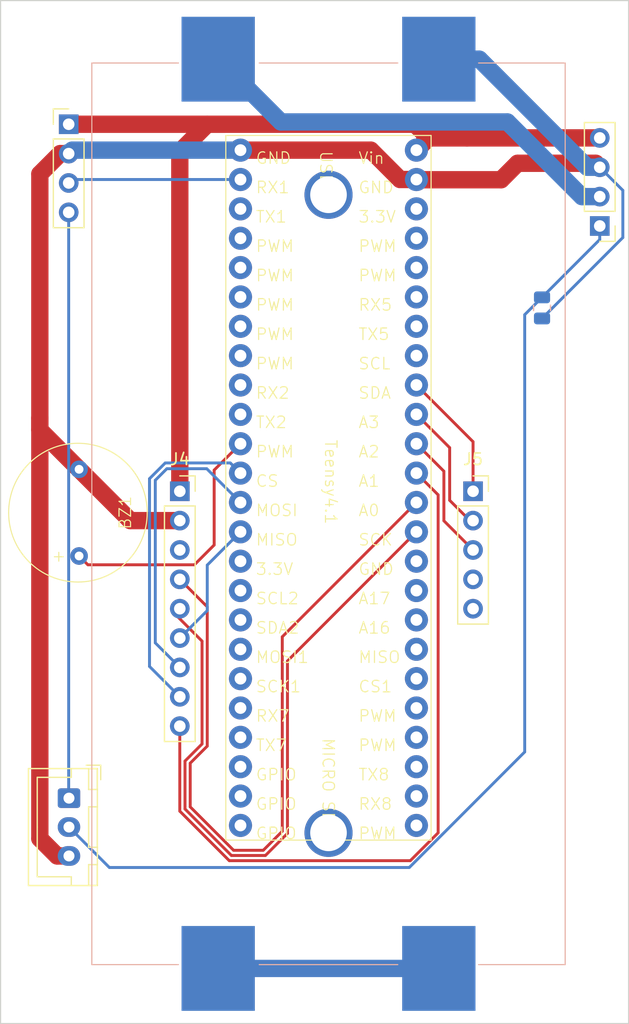
<source format=kicad_pcb>
(kicad_pcb (version 20221018) (generator pcbnew)
  (layers (0 "F.Cu" signal) (31 "B.Cu" signal) (34 "B.Paste" user) (35 "F.Paste" user) (36 "B.SilkS" user "B.Silkscreen") (37 "F.SilkS" user "F.Silkscreen") (38 "B.Mask" user) (39 "F.Mask" user) (44 "Edge.Cuts" user))
  (net 0 "")
  (net 1 "/VBAT")
  (net 2 "GND")
  (net 3 "Net-(BAT1-+-Pad4)")
  (net 4 "/EN")
  (net 5 "/VCC")
  (net 6 "/VSIG")
  (net 7 "/RST")
  (net 8 "/CS")
  (net 9 "/MOSI")
  (net 10 "/MISO")
  (net 11 "/SCK")
  (net 12 "/INT")
  (net 13 "/FULL")
  (net 14 "/NEPT")
  (net 15 "/LVL")
  (net 44 "Net-(BZ1--)")
  (net 53 "Net-(J3-Pin_3)")
  (footprint "Connector_PinSocket_2.54mm:PinSocket_1x09_P2.54mm_Vertical" (layer "F.Cu") (at 115.625 90.95)
    (fp_text reference "J4" (at 0 -2.77) (layer "F.SilkS"))
    (fp_text value "Radio")
    (fp_line (start -1.33 1.27) (end -1.33 21.65) (stroke (width 0.12)) (layer "F.SilkS"))
    (fp_line (start -1.33 1.27) (end 1.33 1.27) (stroke (width 0.12)) (layer "F.SilkS"))
    (fp_line (start -1.33 21.65) (end 1.33 21.65) (stroke (width 0.12)) (layer "F.SilkS"))
    (fp_line (start 0 -1.33) (end 1.33 -1.33) (stroke (width 0.12)) (layer "F.SilkS"))
    (fp_line (start 1.33 -1.33) (end 1.33 0) (stroke (width 0.12)) (layer "F.SilkS"))
    (fp_line (start 1.33 1.27) (end 1.33 21.65) (stroke (width 0.12)) (layer "F.SilkS"))
    (pad "1" thru_hole rect (at 0 0) (size 1.7 1.7) (drill 1) (layers "*.Cu" "*.Mask") (net 5 "/VCC"))
    (pad "2" thru_hole oval (at 0 2.54) (size 1.7 1.7) (drill 1) (layers "*.Cu" "*.Mask") (net 2 "GND"))
    (pad "3" thru_hole oval (at 0 5.08) (size 1.7 1.7) (drill 1) (layers "*.Cu" "*.Mask"))
    (pad "4" thru_hole oval (at 0 7.62) (size 1.7 1.7) (drill 1) (layers "*.Cu" "*.Mask") (net 12 "/INT"))
    (pad "5" thru_hole oval (at 0 10.16) (size 1.7 1.7) (drill 1) (layers "*.Cu" "*.Mask") (net 11 "/SCK"))
    (pad "6" thru_hole oval (at 0 12.7) (size 1.7 1.7) (drill 1) (layers "*.Cu" "*.Mask") (net 10 "/MISO"))
    (pad "7" thru_hole oval (at 0 15.24) (size 1.7 1.7) (drill 1) (layers "*.Cu" "*.Mask") (net 9 "/MOSI"))
    (pad "8" thru_hole oval (at 0 17.78) (size 1.7 1.7) (drill 1) (layers "*.Cu" "*.Mask") (net 8 "/CS"))
    (pad "9" thru_hole oval (at 0 20.32) (size 1.7 1.7) (drill 1) (layers "*.Cu" "*.Mask") (net 7 "/RST"))
  )
  (footprint "Connector_PinHeader_2.54mm:PinHeader_1x04_P2.54mm_Vertical" (layer "F.Cu") (at 152 68 180)
    (fp_text reference "J1" hide)
    (fp_text value "CNVT")
    (fp_line (start -1.33 -1.33) (end 0 -1.33) (stroke (width 0.12)) (layer "F.SilkS"))
    (fp_line (start -1.33 0) (end -1.33 -1.33) (stroke (width 0.12)) (layer "F.SilkS"))
    (fp_line (start -1.33 1.27) (end -1.33 8.95) (stroke (width 0.12)) (layer "F.SilkS"))
    (fp_line (start -1.33 1.27) (end 1.33 1.27) (stroke (width 0.12)) (layer "F.SilkS"))
    (fp_line (start -1.33 8.95) (end 1.33 8.95) (stroke (width 0.12)) (layer "F.SilkS"))
    (fp_line (start 1.33 1.27) (end 1.33 8.95) (stroke (width 0.12)) (layer "F.SilkS"))
    (pad "1" thru_hole rect (at 0 0 180) (size 1.7 1.7) (drill 1) (layers "*.Cu" "*.Mask") (net 4 "/EN"))
    (pad "2" thru_hole oval (at 0 2.54 180) (size 1.7 1.7) (drill 1) (layers "*.Cu" "*.Mask") (net 1 "/VBAT"))
    (pad "3" thru_hole oval (at 0 5.08 180) (size 1.7 1.7) (drill 1) (layers "*.Cu" "*.Mask") (net 2 "GND"))
    (pad "4" thru_hole oval (at 0 7.62 180) (size 1.7 1.7) (drill 1) (layers "*.Cu" "*.Mask") (net 5 "/VCC"))
  )
  (footprint "Connector_JST:JST_XH_B3B-XH-A_1x03_P2.50mm_Vertical" (layer "F.Cu") (at 106.025 117.5 -90)
    (fp_text reference "J2" hide)
    (fp_text value "CTRL")
    (fp_line (start -2.85 -2.75) (end -2.85 -1.5) (stroke (width 0.12)) (layer "F.SilkS"))
    (fp_line (start -2.56 -2.46) (end -2.56 3.51) (stroke (width 0.12)) (layer "F.SilkS"))
    (fp_line (start -2.56 3.51) (end 7.56 3.51) (stroke (width 0.12)) (layer "F.SilkS"))
    (fp_line (start -2.55 -2.45) (end -2.55 -1.7) (stroke (width 0.12)) (layer "F.SilkS"))
    (fp_line (start -2.55 -1.7) (end -0.75 -1.7) (stroke (width 0.12)) (layer "F.SilkS"))
    (fp_line (start -2.55 -0.2) (end -1.8 -0.2) (stroke (width 0.12)) (layer "F.SilkS"))
    (fp_line (start -1.8 -0.2) (end -1.8 2.75) (stroke (width 0.12)) (layer "F.SilkS"))
    (fp_line (start -1.8 2.75) (end 2.5 2.75) (stroke (width 0.12)) (layer "F.SilkS"))
    (fp_line (start -1.6 -2.75) (end -2.85 -2.75) (stroke (width 0.12)) (layer "F.SilkS"))
    (fp_line (start -0.75 -2.45) (end -2.55 -2.45) (stroke (width 0.12)) (layer "F.SilkS"))
    (fp_line (start -0.75 -1.7) (end -0.75 -2.45) (stroke (width 0.12)) (layer "F.SilkS"))
    (fp_line (start 0.75 -2.45) (end 0.75 -1.7) (stroke (width 0.12)) (layer "F.SilkS"))
    (fp_line (start 0.75 -1.7) (end 4.25 -1.7) (stroke (width 0.12)) (layer "F.SilkS"))
    (fp_line (start 4.25 -2.45) (end 0.75 -2.45) (stroke (width 0.12)) (layer "F.SilkS"))
    (fp_line (start 4.25 -1.7) (end 4.25 -2.45) (stroke (width 0.12)) (layer "F.SilkS"))
    (fp_line (start 5.75 -2.45) (end 5.75 -1.7) (stroke (width 0.12)) (layer "F.SilkS"))
    (fp_line (start 5.75 -1.7) (end 7.55 -1.7) (stroke (width 0.12)) (layer "F.SilkS"))
    (fp_line (start 6.8 -0.2) (end 6.8 2.75) (stroke (width 0.12)) (layer "F.SilkS"))
    (fp_line (start 6.8 2.75) (end 2.5 2.75) (stroke (width 0.12)) (layer "F.SilkS"))
    (fp_line (start 7.55 -2.45) (end 5.75 -2.45) (stroke (width 0.12)) (layer "F.SilkS"))
    (fp_line (start 7.55 -1.7) (end 7.55 -2.45) (stroke (width 0.12)) (layer "F.SilkS"))
    (fp_line (start 7.55 -0.2) (end 6.8 -0.2) (stroke (width 0.12)) (layer "F.SilkS"))
    (fp_line (start 7.56 -2.46) (end -2.56 -2.46) (stroke (width 0.12)) (layer "F.SilkS"))
    (fp_line (start 7.56 3.51) (end 7.56 -2.46) (stroke (width 0.12)) (layer "F.SilkS"))
    (pad "1" thru_hole roundrect (at 0 0 270) (size 1.7 1.95) (drill 0.95) (layers "*.Cu" "*.Mask") (roundrect_rratio 0.147059) (net 6 "/VSIG"))
    (pad "2" thru_hole oval (at 2.5 0 270) (size 1.7 1.95) (drill 0.95) (layers "*.Cu" "*.Mask") (net 4 "/EN"))
    (pad "3" thru_hole oval (at 5 0 270) (size 1.7 1.95) (drill 0.95) (layers "*.Cu" "*.Mask") (net 2 "GND"))
  )
  (footprint "MountingHole:MountingHole_2.2mm_M2" (layer "F.Cu") (at 151.5 134)
    (fp_text reference "H4" hide)
    (fp_text value "MountingHole" hide)
    (pad "" np_thru_hole circle (at 0 0) (size 2.2 2.2) (drill 2.2) (layers "*.Cu" "*.Mask"))
  )
  (footprint "Avionics:Adafruit_5V_Buzzer" (layer "F.Cu") (at 111.4 92.8 90)
    (fp_text reference "BZ1" (at 0 -0.5 90 unlocked) (layer "F.SilkS") (effects (font (thickness 0.1))))
    (fp_text value "Buzzer")
    (fp_text user "+" (at -4.5 -5.75 90 unlocked) (layer "F.SilkS") (effects (font (thickness 0.1)) (justify left bottom)))
    (fp_circle (center 0 -4.6) (end 6 -4.75) (stroke (width 0.1)) (fill none) (layer "F.SilkS"))
    (pad "1" thru_hole circle (at -3.75 -4.5 90) (size 1.524 1.524) (drill 0.762) (layers "*.Cu" "*.Mask") (net 44 "Net-(BZ1--)"))
    (pad "2" thru_hole circle (at 3.75 -4.5 90) (size 1.524 1.524) (drill 0.762) (layers "*.Cu" "*.Mask") (net 2 "GND"))
  )
  (footprint "Connector_PinHeader_2.54mm:PinHeader_1x04_P2.54mm_Vertical" (layer "F.Cu") (at 106 59.2)
    (fp_text reference "J3" hide)
    (fp_text value "RPi")
    (fp_line (start -1.33 -1.33) (end 0 -1.33) (stroke (width 0.12)) (layer "F.SilkS"))
    (fp_line (start -1.33 0) (end -1.33 -1.33) (stroke (width 0.12)) (layer "F.SilkS"))
    (fp_line (start -1.33 1.27) (end -1.33 8.95) (stroke (width 0.12)) (layer "F.SilkS"))
    (fp_line (start -1.33 1.27) (end 1.33 1.27) (stroke (width 0.12)) (layer "F.SilkS"))
    (fp_line (start -1.33 8.95) (end 1.33 8.95) (stroke (width 0.12)) (layer "F.SilkS"))
    (fp_line (start 1.33 1.27) (end 1.33 8.95) (stroke (width 0.12)) (layer "F.SilkS"))
    (pad "1" thru_hole rect (at 0 0) (size 1.7 1.7) (drill 1) (layers "*.Cu" "*.Mask") (net 5 "/VCC"))
    (pad "2" thru_hole oval (at 0 2.54) (size 1.7 1.7) (drill 1) (layers "*.Cu" "*.Mask") (net 2 "GND"))
    (pad "3" thru_hole oval (at 0 5.08) (size 1.7 1.7) (drill 1) (layers "*.Cu" "*.Mask") (net 53 "Net-(J3-Pin_3)"))
    (pad "4" thru_hole oval (at 0 7.62) (size 1.7 1.7) (drill 1) (layers "*.Cu" "*.Mask") (net 6 "/VSIG"))
  )
  (footprint "MountingHole:MountingHole_2.2mm_M2" (layer "F.Cu") (at 151.5 51.5)
    (fp_text reference "H1" hide)
    (fp_text value "MountingHole" hide)
    (pad "" np_thru_hole circle (at 0 0) (size 2.2 2.2) (drill 2.2) (layers "*.Cu" "*.Mask"))
  )
  (footprint "Avionics:Teensy_4.1" (layer "F.Cu") (at 128.5 90.65)
    (fp_text reference "Teensy4.1" (at 0.2 -0.5 -90 unlocked) (layer "F.SilkS") (effects (font (thickness 0.1))))
    (fp_text value "~")
    (fp_text user "A17" (at 2.54 10.16 unlocked) (layer "F.SilkS") (effects (font (thickness 0.1)) (justify left bottom)))
    (fp_text user "GPIO" (at -6.35 30.48 unlocked) (layer "F.SilkS") (effects (font (thickness 0.1)) (justify left bottom)))
    (fp_text user "TX8" (at 2.54 25.4 unlocked) (layer "F.SilkS") (effects (font (thickness 0.1)) (justify left bottom)))
    (fp_text user "PWM" (at -6.35 -17.78 unlocked) (layer "F.SilkS") (effects (font (thickness 0.1)) (justify left bottom)))
    (fp_text user "MISO" (at -6.35 5.08 unlocked) (layer "F.SilkS") (effects (font (thickness 0.1)) (justify left bottom)))
    (fp_text user "GND" (at -6.35 -27.94 unlocked) (layer "F.SilkS") (effects (font (thickness 0.1)) (justify left bottom)))
    (fp_text user "MICRO SD" (at -0.6 21.59 -90 unlocked) (layer "F.SilkS") (effects (font (thickness 0.1)) (justify left bottom)))
    (fp_text user "GND" (at 2.54 -25.4 unlocked) (layer "F.SilkS") (effects (font (thickness 0.1)) (justify left bottom)))
    (fp_text user "TX5" (at 2.54 -12.7 unlocked) (layer "F.SilkS") (effects (font (thickness 0.1)) (justify left bottom)))
    (fp_text user "GPIO" (at -6.35 25.4 unlocked) (layer "F.SilkS") (effects (font (thickness 0.1)) (justify left bottom)))
    (fp_text user "A1" (at 2.54 0 unlocked) (layer "F.SilkS") (effects (font (thickness 0.1)) (justify left bottom)))
    (fp_text user "MISO" (at 2.54 15.24 unlocked) (layer "F.SilkS") (effects (font (thickness 0.1)) (justify left bottom)))
    (fp_text user "PWM" (at -6.35 -10.16 unlocked) (layer "F.SilkS") (effects (font (thickness 0.1)) (justify left bottom)))
    (fp_text user "SCK1" (at -6.35 17.78 unlocked) (layer "F.SilkS") (effects (font (thickness 0.1)) (justify left bottom)))
    (fp_text user "TX2" (at -6.35 -5.08 unlocked) (layer "F.SilkS") (effects (font (thickness 0.1)) (justify left bottom)))
    (fp_text user "A2" (at 2.54 -2.54 unlocked) (layer "F.SilkS") (effects (font (thickness 0.1)) (justify left bottom)))
    (fp_text user "SCL2" (at -6.35 10.16 unlocked) (layer "F.SilkS") (effects (font (thickness 0.1)) (justify left bottom)))
    (fp_text user "RX8" (at 2.54 27.94 unlocked) (layer "F.SilkS") (effects (font (thickness 0.1)) (justify left bottom)))
    (fp_text user "SDA2" (at -6.35 12.7 unlocked) (layer "F.SilkS") (effects (font (thickness 0.1)) (justify left bottom)))
    (fp_text user "RX7" (at -6.35 20.32 unlocked) (layer "F.SilkS") (effects (font (thickness 0.1)) (justify left bottom)))
    (fp_text user "PWM" (at -6.35 -15.24 unlocked) (layer "F.SilkS") (effects (font (thickness 0.1)) (justify left bottom)))
    (fp_text user "MOSI" (at -6.35 2.54 unlocked) (layer "F.SilkS") (effects (font (thickness 0.1)) (justify left bottom)))
    (fp_text user "SDA" (at 2.54 -7.62 unlocked) (layer "F.SilkS") (effects (font (thickness 0.1)) (justify left bottom)))
    (fp_text user "PWM" (at -6.35 -12.7 unlocked) (layer "F.SilkS") (effects (font (thickness 0.1)) (justify left bottom)))
    (fp_text user "PWM" (at -6.35 -2.54 unlocked) (layer "F.SilkS") (effects (font (thickness 0.1)) (justify left bottom)))
    (fp_text user "PWM" (at 2.54 30.48 unlocked) (layer "F.SilkS") (effects (font (thickness 0.1)) (justify left bottom)))
    (fp_text user "RX5" (at 2.54 -15.24 unlocked) (layer "F.SilkS") (effects (font (thickness 0.1)) (justify left bottom)))
    (fp_text user "GND" (at 2.54 7.62 unlocked) (layer "F.SilkS") (effects (font (thickness 0.1)) (justify left bottom)))
    (fp_text user "A16" (at 2.54 12.7 unlocked) (layer "F.SilkS") (effects (font (thickness 0.1)) (justify left bottom)))
    (fp_text user "RX2" (at -6.35 -7.62 unlocked) (layer "F.SilkS") (effects (font (thickness 0.1)) (justify left bottom)))
    (fp_text user "CS" (at -6.35 0 unlocked) (layer "F.SilkS") (effects (font (thickness 0.1)) (justify left bottom)))
    (fp_text user "PWM" (at -6.35 -20.32 unlocked) (layer "F.SilkS") (effects (font (thickness 0.1)) (justify left bottom)))
    (fp_text user "RX1" (at -6.35 -25.4 unlocked) (layer "F.SilkS") (effects (font (thickness 0.1)) (justify left bottom)))
    (fp_text user "PWM" (at 2.54 20.32 unlocked) (layer "F.SilkS") (effects (font (thickness 0.1)) (justify left bottom)))
    (fp_text user "PWM" (at 2.54 -20.32 unlocked) (layer "F.SilkS") (effects (font (thickness 0.1)) (justify left bottom)))
    (fp_text user "SCL" (at 2.54 -10.16 unlocked) (layer "F.SilkS") (effects (font (thickness 0.1)) (justify left bottom)))
    (fp_text user "PWM" (at 2.54 -17.78 unlocked) (layer "F.SilkS") (effects (font (thickness 0.1)) (justify left bottom)))
    (fp_text user "TX1" (at -6.35 -22.86 unlocked) (layer "F.SilkS") (effects (font (thickness 0.1)) (justify left bottom)))
    (fp_text user "A3" (at 2.54 -5.08 unlocked) (layer "F.SilkS") (effects (font (thickness 0.1)) (justify left bottom)))
    (fp_text user "3.3V" (at -6.35 7.62 unlocked) (layer "F.SilkS") (effects (font (thickness 0.1)) (justify left bottom)))
    (fp_text user "USB C" (at -0.8 -29.2 -90 unlocked) (layer "F.SilkS") (effects (font (thickness 0.1)) (justify left bottom)))
    (fp_text user "CS1" (at 2.54 17.78 unlocked) (layer "F.SilkS") (effects (font (thickness 0.1)) (justify left bottom)))
    (fp_text user "PWM" (at 2.54 22.86 unlocked) (layer "F.SilkS") (effects (font (thickness 0.1)) (justify left bottom)))
    (fp_text user "SCK" (at 2.54 5.08 unlocked) (layer "F.SilkS") (effects (font (thickness 0.1)) (justify left bottom)))
    (fp_text user "A0" (at 2.54 2.54 unlocked) (layer "F.SilkS") (effects (font (thickness 0.1)) (justify left bottom)))
    (fp_text user "TX7" (at -6.35 22.86 unlocked) (layer "F.SilkS") (effects (font (thickness 0.1)) (justify left bottom)))
    (fp_text user "MOSI1" (at -6.35 15.24 unlocked) (layer "F.SilkS") (effects (font (thickness 0.1)) (justify left bottom)))
    (fp_text user "3.3V" (at 2.54 -22.86 unlocked) (layer "F.SilkS") (effects (font (thickness 0.1)) (justify left bottom)))
    (fp_text user "Vin" (at 2.54 -27.94 unlocked) (layer "F.SilkS") (effects (font (thickness 0.1)) (justify left bottom)))
    (fp_text user "GPIO" (at -6.35 27.94 unlocked) (layer "F.SilkS") (effects (font (thickness 0.1)) (justify left bottom)))
    (fp_line (start -8.89 -1.27) (end -8.89 -30.48) (stroke (width 0.1)) (layer "F.SilkS"))
    (fp_line (start -8.89 -1.27) (end -8.89 0) (stroke (width 0.1)) (layer "F.SilkS"))
    (fp_line (start -8.89 0) (end -8.89 30.48) (stroke (width 0.1)) (layer "F.SilkS"))
    (fp_line (start -8.89 30.48) (end 8.89 30.48) (stroke (width 0.1)) (layer "F.SilkS"))
    (fp_line (start 8.89 -30.48) (end -8.89 -30.48) (stroke (width 0.1)) (layer "F.SilkS"))
    (fp_line (start 8.89 -30.48) (end 8.89 -2.54) (stroke (width 0.1)) (layer "F.SilkS"))
    (fp_line (start 8.89 30.48) (end 8.89 -2.54) (stroke (width 0.1)) (layer "F.SilkS"))
    (pad "0" thru_hole circle (at -7.62 -29.21) (size 2 2) (drill 1.02) (layers "*.Cu" "*.Mask") (net 2 "GND"))
    (pad "1" thru_hole circle (at -7.62 -26.67) (size 2 2) (drill 1.02) (layers "*.Cu" "*.Mask") (net 53 "Net-(J3-Pin_3)"))
    (pad "2" thru_hole circle (at -7.62 -24.13) (size 2 2) (drill 1.02) (layers "*.Cu" "*.Mask"))
    (pad "3" thru_hole circle (at -7.62 -21.59) (size 2 2) (drill 1.02) (layers "*.Cu" "*.Mask"))
    (pad "4" thru_hole circle (at -7.62 -19.05) (size 2 2) (drill 1.02) (layers "*.Cu" "*.Mask"))
    (pad "5" thru_hole circle (at -7.62 -16.51) (size 2 2) (drill 1.02) (layers "*.Cu" "*.Mask"))
    (pad "6" thru_hole circle (at -7.62 -13.97) (size 2 2) (drill 1.02) (layers "*.Cu" "*.Mask"))
    (pad "7" thru_hole circle (at -7.62 -11.43) (size 2 2) (drill 1.02) (layers "*.Cu" "*.Mask"))
    (pad "8" thru_hole circle (at -7.62 -8.89) (size 2 2) (drill 1.02) (layers "*.Cu" "*.Mask"))
    (pad "9" thru_hole circle (at -7.62 -6.35) (size 2 2) (drill 1.02) (layers "*.Cu" "*.Mask"))
    (pad "10" thru_hole circle (at -7.62 -3.81) (size 2 2) (drill 1.02) (layers "*.Cu" "*.Mask") (net 44 "Net-(BZ1--)"))
    (pad "11" thru_hole circle (at -7.62 -1.27) (size 2 2) (drill 1.02) (layers "*.Cu" "*.Mask") (net 8 "/CS"))
    (pad "12" thru_hole circle (at -7.62 1.27) (size 2 2) (drill 1.02) (layers "*.Cu" "*.Mask") (net 9 "/MOSI"))
    (pad "13" thru_hole circle (at -7.62 3.81) (size 2 2) (drill 1.02) (layers "*.Cu" "*.Mask") (net 10 "/MISO"))
    (pad "14" thru_hole circle (at -7.62 6.35) (size 2 2) (drill 1.02) (layers "*.Cu" "*.Mask"))
    (pad "15" thru_hole circle (at -7.62 8.89) (size 2 2) (drill 1.02) (layers "*.Cu" "*.Mask"))
    (pad "16" thru_hole circle (at -7.62 11.43) (size 2 2) (drill 1.02) (layers "*.Cu" "*.Mask"))
    (pad "17" thru_hole circle (at -7.62 13.97) (size 2 2) (drill 1.02) (layers "*.Cu" "*.Mask"))
    (pad "18" thru_hole circle (at -7.62 16.51) (size 2 2) (drill 1.02) (layers "*.Cu" "*.Mask"))
    (pad "19" thru_hole circle (at -7.62 19.05) (size 2 2) (drill 1.02) (layers "*.Cu" "*.Mask"))
    (pad "20" thru_hole circle (at -7.62 21.59) (size 2 2) (drill 1.02) (layers "*.Cu" "*.Mask"))
    (pad "21" thru_hole circle (at -7.62 24.13) (size 2 2) (drill 1.02) (layers "*.Cu" "*.Mask"))
    (pad "22" thru_hole circle (at -7.62 26.67) (size 2 2) (drill 1.02) (layers "*.Cu" "*.Mask"))
    (pad "23" thru_hole circle (at -7.62 29.21) (size 2 2) (drill 1.02) (layers "*.Cu" "*.Mask"))
    (pad "24" thru_hole circle (at 7.62 29.21) (size 2 2) (drill 1.02) (layers "*.Cu" "*.Mask"))
    (pad "25" thru_hole circle (at 7.62 26.67) (size 2 2) (drill 1.02) (layers "*.Cu" "*.Mask"))
    (pad "26" thru_hole circle (at 7.62 24.13) (size 2 2) (drill 1.02) (layers "*.Cu" "*.Mask"))
    (pad "27" thru_hole circle (at 7.62 21.59) (size 2 2) (drill 1.02) (layers "*.Cu" "*.Mask"))
    (pad "28" thru_hole circle (at 7.62 19.05) (size 2 2) (drill 1.02) (layers "*.Cu" "*.Mask"))
    (pad "29" thru_hole circle (at 7.62 16.51) (size 2 2) (drill 1.02) (layers "*.Cu" "*.Mask"))
    (pad "30" thru_hole circle (at 7.62 13.97) (size 2 2) (drill 1.02) (layers "*.Cu" "*.Mask"))
    (pad "31" thru_hole circle (at 7.62 11.43) (size 2 2) (drill 1.02) (layers "*.Cu" "*.Mask"))
    (pad "32" thru_hole circle (at 7.62 8.89) (size 2 2) (drill 1.02) (layers "*.Cu" "*.Mask"))
    (pad "33" thru_hole circle (at 7.62 6.35) (size 2 2) (drill 1.02) (layers "*.Cu" "*.Mask"))
    (pad "34" thru_hole circle (at 7.62 3.81) (size 2 2) (drill 1.02) (layers "*.Cu" "*.Mask") (net 11 "/SCK"))
    (pad "35" thru_hole circle (at 7.62 1.27) (size 2 2) (drill 1.02) (layers "*.Cu" "*.Mask") (net 12 "/INT"))
    (pad "36" thru_hole circle (at 7.62 -1.27) (size 2 2) (drill 1.02) (layers "*.Cu" "*.Mask") (net 7 "/RST"))
    (pad "37" thru_hole circle (at 7.62 -3.81) (size 2 2) (drill 1.02) (layers "*.Cu" "*.Mask") (net 13 "/FULL"))
    (pad "38" thru_hole circle (at 7.62 -6.35) (size 2 2) (drill 1.02) (layers "*.Cu" "*.Mask") (net 14 "/NEPT"))
    (pad "39" thru_hole circle (at 7.62 -8.89) (size 2 2) (drill 1.02) (layers "*.Cu" "*.Mask") (net 15 "/LVL"))
    (pad "40" thru_hole circle (at 7.62 -11.43) (size 2 2) (drill 1.02) (layers "*.Cu" "*.Mask"))
    (pad "41" thru_hole circle (at 7.62 -13.97) (size 2 2) (drill 1.02) (layers "*.Cu" "*.Mask"))
    (pad "42" thru_hole circle (at 7.62 -16.51) (size 2 2) (drill 1.02) (layers "*.Cu" "*.Mask"))
    (pad "43" thru_hole circle (at 7.62 -19.05) (size 2 2) (drill 1.02) (layers "*.Cu" "*.Mask"))
    (pad "44" thru_hole circle (at 7.62 -21.59) (size 2 2) (drill 1.02) (layers "*.Cu" "*.Mask"))
    (pad "45" thru_hole circle (at 7.62 -24.13) (size 2 2) (drill 1.02) (layers "*.Cu" "*.Mask"))
    (pad "46" thru_hole circle (at 7.62 -26.67) (size 2 2) (drill 1.02) (layers "*.Cu" "*.Mask") (net 2 "GND"))
    (pad "47" thru_hole circle (at 7.62 -29.21) (size 2 2) (drill 1.02) (layers "*.Cu" "*.Mask") (net 5 "/VCC"))
  )
  (footprint "MountingHole:MountingHole_2.2mm_M2" (layer "F.Cu") (at 103.2 51.4)
    (fp_text reference "H2" hide)
    (fp_text value "MountingHole" hide)
    (pad "" np_thru_hole circle (at 0 0) (size 2.2 2.2) (drill 2.2) (layers "*.Cu" "*.Mask"))
  )
  (footprint "Connector_PinSocket_2.54mm:PinSocket_1x05_P2.54mm_Vertical" (layer "F.Cu") (at 141.025 90.95)
    (fp_text reference "J5" (at 0 -2.77) (layer "F.SilkS"))
    (fp_text value "Radio" hide)
    (fp_line (start -1.33 1.27) (end -1.33 11.49) (stroke (width 0.12)) (layer "F.SilkS"))
    (fp_line (start -1.33 1.27) (end 1.33 1.27) (stroke (width 0.12)) (layer "F.SilkS"))
    (fp_line (start -1.33 11.49) (end 1.33 11.49) (stroke (width 0.12)) (layer "F.SilkS"))
    (fp_line (start 0 -1.33) (end 1.33 -1.33) (stroke (width 0.12)) (layer "F.SilkS"))
    (fp_line (start 1.33 -1.33) (end 1.33 0) (stroke (width 0.12)) (layer "F.SilkS"))
    (fp_line (start 1.33 1.27) (end 1.33 11.49) (stroke (width 0.12)) (layer "F.SilkS"))
    (pad "1" thru_hole rect (at 0 0) (size 1.7 1.7) (drill 1) (layers "*.Cu" "*.Mask") (net 15 "/LVL"))
    (pad "2" thru_hole oval (at 0 2.54) (size 1.7 1.7) (drill 1) (layers "*.Cu" "*.Mask") (net 14 "/NEPT"))
    (pad "3" thru_hole oval (at 0 5.08) (size 1.7 1.7) (drill 1) (layers "*.Cu" "*.Mask") (net 13 "/FULL"))
    (pad "4" thru_hole oval (at 0 7.62) (size 1.7 1.7) (drill 1) (layers "*.Cu" "*.Mask"))
    (pad "5" thru_hole oval (at 0 10.16) (size 1.7 1.7) (drill 1) (layers "*.Cu" "*.Mask"))
  )
  (footprint "MountingHole:MountingHole_2.2mm_M2" (layer "F.Cu") (at 103.4 133.8)
    (fp_text reference "H5" hide)
    (fp_text value "MountingHole" hide)
    (pad "" np_thru_hole circle (at 0 0) (size 2.2 2.2) (drill 2.2) (layers "*.Cu" "*.Mask"))
  )
  (footprint "Avionics:1048P_KEY" (layer "B.Cu") (at 128.505 92.9 -90)
    (fp_text reference "BAT1" hide)
    (fp_text value "1048P" hide)
    (fp_line (start -39 -20.5) (end 39 -20.5) (stroke (width 0.1)) (layer "B.SilkS"))
    (fp_line (start -39 -13) (end -39 -20.5) (stroke (width 0.1)) (layer "B.SilkS"))
    (fp_line (start -39 6) (end -39 -6) (stroke (width 0.1)) (layer "B.SilkS"))
    (fp_line (start -39 20.5) (end -39 13) (stroke (width 0.1)) (layer "B.SilkS"))
    (fp_line (start -39 20.5) (end 39 20.5) (stroke (width 0.1)) (layer "B.SilkS"))
    (fp_line (start 39 -20.5) (end 39 -13) (stroke (width 0.1)) (layer "B.SilkS"))
    (fp_line (start 39 -6) (end 39 6) (stroke (width 0.1)) (layer "B.SilkS"))
    (fp_line (start 39 20.5) (end 39 13) (stroke (width 0.1)) (layer "B.SilkS"))
    (pad "" np_thru_hole circle (at -27.6 -17.505 270) (size 3.45 3.45) (drill 3.45) (layers "F&B.Cu" "*.Mask"))
    (pad "" np_thru_hole circle (at -27.6 0 270) (size 4.17 4.17) (drill 3.17) (layers "F&B.Cu" "*.Mask"))
    (pad "" np_thru_hole circle (at 27.6 0 270) (size 4.17 4.17) (drill 3.17) (layers "F&B.Cu" "*.Mask"))
    (pad "" np_thru_hole circle (at 27.6 17.505 270) (size 3.45 3.45) (drill 3.45) (layers "F&B.Cu" "*.Mask"))
    (pad "" np_thru_hole circle (at 35.82 -17.505 270) (size 2.39 2.39) (drill 2.39) (layers "F&B.Cu" "*.Mask"))
    (pad "1" smd rect (at -39.33 9.555 270) (size 7.34 6.35) (layers "B.Cu" "B.Paste" "B.Mask") (net 1 "/VBAT"))
    (pad "2" smd rect (at -39.33 -9.555 270) (size 7.34 6.35) (layers "B.Cu" "B.Paste" "B.Mask") (net 2 "GND"))
    (pad "3" smd rect (at 39.33 9.555 270) (size 7.34 6.35) (layers "B.Cu" "B.Paste" "B.Mask") (net 3 "Net-(BAT1-+-Pad4)"))
    (pad "4" smd rect (at 39.33 -9.555 270) (size 7.34 6.35) (layers "B.Cu" "B.Paste" "B.Mask") (net 3 "Net-(BAT1-+-Pad4)"))
  )
  (footprint "Resistor_SMD:R_0805_2012Metric" (layer "B.Cu") (at 147 75.0875 90)
    (fp_text reference "R1" hide)
    (fp_text value "10")
    (fp_line (start -0.227064 -0.735) (end 0.227064 -0.735) (stroke (width 0.12)) (layer "B.SilkS"))
    (fp_line (start -0.227064 0.735) (end 0.227064 0.735) (stroke (width 0.12)) (layer "B.SilkS"))
    (pad "1" smd roundrect (at -0.9125 0 90) (size 1.025 1.4) (layers "B.Cu" "B.Paste" "B.Mask") (roundrect_rratio 0.243902) (net 2 "GND"))
    (pad "2" smd roundrect (at 0.9125 0 90) (size 1.025 1.4) (layers "B.Cu" "B.Paste" "B.Mask") (roundrect_rratio 0.243902) (net 4 "/EN"))
  )
  (gr_rect (start 100.1 48.5) (end 154.5 137) (stroke (width 0.1)) (fill none) (layer "Edge.Cuts"))
  (segment (start 144 59) (end 150.46 65.46) (width 1.5) (layer "B.Cu") (net 1))
  (segment (start 118.95 53.57) (end 124.38 59) (width 1.5) (layer "B.Cu") (net 1))
  (segment (start 124.38 59) (end 144 59) (width 1.5) (layer "B.Cu") (net 1))
  (segment (start 118.95 53.57) (end 118.89 53.57) (width 0.25) (layer "B.Cu") (net 1))
  (segment (start 150.46 65.46) (end 152 65.46) (width 1.5) (layer "B.Cu") (net 1))
  (segment (start 103.5 84.6) (end 103.5 121) (width 1.5) (layer "F.Cu") (net 2))
  (segment (start 106.9 89.05) (end 111.34 93.49) (width 1.5) (layer "F.Cu") (net 2))
  (segment (start 151.655 62.575) (end 144.881268 62.575) (width 1.5) (layer "F.Cu") (net 2))
  (segment (start 103.5 63.5) (end 103.5 84.6) (width 1.5) (layer "F.Cu") (net 2))
  (segment (start 152 62.92) (end 151.655 62.575) (width 1.5) (layer "F.Cu") (net 2))
  (segment (start 111.34 93.49) (end 115.625 93.49) (width 1.5) (layer "F.Cu") (net 2))
  (segment (start 103.5 85.65) (end 106.9 89.05) (width 1.5) (layer "F.Cu") (net 2))
  (segment (start 144.881268 62.575) (end 143.456268 64) (width 1.5) (layer "F.Cu") (net 2))
  (segment (start 134.705787 63.98) (end 132.165787 61.44) (width 1.5) (layer "F.Cu") (net 2))
  (segment (start 136.14 64) (end 136.12 63.98) (width 1.5) (layer "F.Cu") (net 2))
  (segment (start 143.456268 64) (end 136.14 64) (width 1.5) (layer "F.Cu") (net 2))
  (segment (start 105.26 61.74) (end 103.5 63.5) (width 1.5) (layer "F.Cu") (net 2))
  (segment (start 136.12 63.98) (end 134.705787 63.98) (width 1.5) (layer "F.Cu") (net 2))
  (segment (start 106 61.74) (end 105.26 61.74) (width 1.5) (layer "F.Cu") (net 2))
  (segment (start 103.5 121) (end 105 122.5) (width 1.5) (layer "F.Cu") (net 2))
  (segment (start 105 122.5) (end 106.025 122.5) (width 1.5) (layer "F.Cu") (net 2))
  (segment (start 132.165787 61.44) (end 120.88 61.44) (width 1.5) (layer "F.Cu") (net 2))
  (segment (start 103.5 84.6) (end 103.5 85.65) (width 1.5) (layer "F.Cu") (net 2))
  (segment (start 154 64.92) (end 152 62.92) (width 0.25) (layer "B.Cu") (net 2))
  (segment (start 120.88 61.44) (end 106.3 61.44) (width 1.5) (layer "B.Cu") (net 2))
  (segment (start 138.06 53.57) (end 141.57 53.57) (width 1.5) (layer "B.Cu") (net 2))
  (segment (start 141.57 53.57) (end 150.92 62.92) (width 1.5) (layer "B.Cu") (net 2))
  (segment (start 154 69) (end 154 64.92) (width 0.25) (layer "B.Cu") (net 2))
  (segment (start 106.3 61.44) (end 106 61.74) (width 1.5) (layer "B.Cu") (net 2))
  (segment (start 150.92 62.92) (end 152 62.92) (width 1.5) (layer "B.Cu") (net 2))
  (segment (start 147 76) (end 154 69) (width 0.25) (layer "B.Cu") (net 2))
  (segment (start 118.95 132.23) (end 138.06 132.23) (width 1.5) (layer "B.Cu") (net 3))
  (segment (start 109.525 123.5) (end 106.025 120) (width 0.25) (layer "B.Cu") (net 4))
  (segment (start 145.5 113.5) (end 135.5 123.5) (width 0.25) (layer "B.Cu") (net 4))
  (segment (start 145.5 75.675) (end 145.5 113.5) (width 0.25) (layer "B.Cu") (net 4))
  (segment (start 147 74.175) (end 152 69.175) (width 0.25) (layer "B.Cu") (net 4))
  (segment (start 152 69.175) (end 152 68) (width 0.25) (layer "B.Cu") (net 4))
  (segment (start 147 74.175) (end 145.5 75.675) (width 0.25) (layer "B.Cu") (net 4))
  (segment (start 135.5 123.5) (end 109.525 123.5) (width 0.25) (layer "B.Cu") (net 4))
  (segment (start 137.18 60.38) (end 136 59.2) (width 1.5) (layer "F.Cu") (net 5))
  (segment (start 136 59.2) (end 118 59.2) (width 1.5) (layer "F.Cu") (net 5))
  (segment (start 140.5 60.38) (end 137.18 60.38) (width 1.5) (layer "F.Cu") (net 5))
  (segment (start 115.625 61.575) (end 118 59.2) (width 1.5) (layer "F.Cu") (net 5))
  (segment (start 115.625 90.95) (end 115.625 61.575) (width 1.5) (layer "F.Cu") (net 5))
  (segment (start 137.18 60.38) (end 136.12 61.44) (width 1.5) (layer "F.Cu") (net 5))
  (segment (start 118 59.2) (end 106 59.2) (width 1.5) (layer "F.Cu") (net 5))
  (segment (start 152 60.38) (end 140.5 60.38) (width 1.5) (layer "F.Cu") (net 5))
  (segment (start 106.025 117.5) (end 106 117.475) (width 0.25) (layer "F.Cu") (net 6))
  (segment (start 106 66.82) (end 106 117.475) (width 0.25) (layer "B.Cu") (net 6))
  (segment (start 106 117.475) (end 106.025 117.5) (width 0.25) (layer "B.Cu") (net 6))
  (segment (start 138 120.5) (end 138 91.26) (width 0.25) (layer "F.Cu") (net 7))
  (segment (start 138 91.26) (end 136.12 89.38) (width 0.25) (layer "F.Cu") (net 7))
  (segment (start 119.91 122.91) (end 135.59 122.91) (width 0.25) (layer "F.Cu") (net 7))
  (segment (start 115.625 111.27) (end 115.625 118.625) (width 0.25) (layer "F.Cu") (net 7))
  (segment (start 115.625 118.625) (end 119.91 122.91) (width 0.25) (layer "F.Cu") (net 7))
  (segment (start 135.59 122.91) (end 138 120.5) (width 0.25) (layer "F.Cu") (net 7))
  (segment (start 113 89.863604) (end 114.363604 88.5) (width 0.25) (layer "B.Cu") (net 8))
  (segment (start 114.363604 88.5) (end 120 88.5) (width 0.25) (layer "B.Cu") (net 8))
  (segment (start 115.625 108.73) (end 113 106.105) (width 0.25) (layer "B.Cu") (net 8))
  (segment (start 113 106.105) (end 113 89.863604) (width 0.25) (layer "B.Cu") (net 8))
  (segment (start 120 88.5) (end 120.88 89.38) (width 0.25) (layer "B.Cu") (net 8))
  (segment (start 113.5 104.065) (end 113.5 90) (width 0.25) (layer "B.Cu") (net 9))
  (segment (start 114.5 89) (end 117.96 89) (width 0.25) (layer "B.Cu") (net 9))
  (segment (start 115.625 106.19) (end 113.5 104.065) (width 0.25) (layer "B.Cu") (net 9))
  (segment (start 117.96 89) (end 120.88 91.92) (width 0.25) (layer "B.Cu") (net 9))
  (segment (start 113.5 90) (end 114.5 89) (width 0.25) (layer "B.Cu") (net 9))
  (segment (start 118 101.275) (end 118 97.34) (width 0.25) (layer "B.Cu") (net 10))
  (segment (start 115.625 103.65) (end 118 101.275) (width 0.25) (layer "B.Cu") (net 10))
  (segment (start 118 97.34) (end 120.88 94.46) (width 0.25) (layer "B.Cu") (net 10))
  (segment (start 124.95 105.63) (end 136.12 94.46) (width 0.25) (layer "F.Cu") (net 11))
  (segment (start 116.075 118.438604) (end 120.096396 122.46) (width 0.25) (layer "F.Cu") (net 11))
  (segment (start 116.075 114.288604) (end 116.075 118.438604) (width 0.25) (layer "F.Cu") (net 11))
  (segment (start 115.371701 101.735) (end 117.55 103.913299) (width 0.25) (layer "F.Cu") (net 11))
  (segment (start 117.55 112.813604) (end 116.075 114.288604) (width 0.25) (layer "F.Cu") (net 11))
  (segment (start 120.096396 122.46) (end 123.04 122.46) (width 0.25) (layer "F.Cu") (net 11))
  (segment (start 124.95 120.55) (end 124.95 105.63) (width 0.25) (layer "F.Cu") (net 11))
  (segment (start 117.55 103.913299) (end 117.55 112.813604) (width 0.25) (layer "F.Cu") (net 11))
  (segment (start 123.04 122.46) (end 124.95 120.55) (width 0.25) (layer "F.Cu") (net 11))
  (segment (start 120.282792 122.01) (end 122.853604 122.01) (width 0.25) (layer "F.Cu") (net 12))
  (segment (start 118 100.945) (end 118 113) (width 0.25) (layer "F.Cu") (net 12))
  (segment (start 115.625 98.57) (end 118 100.945) (width 0.25) (layer "F.Cu") (net 12))
  (segment (start 122.853604 122.01) (end 124.5 120.363604) (width 0.25) (layer "F.Cu") (net 12))
  (segment (start 124.5 120.363604) (end 124.5 103.54) (width 0.25) (layer "F.Cu") (net 12))
  (segment (start 116.525 114.475) (end 116.525 118.252208) (width 0.25) (layer "F.Cu") (net 12))
  (segment (start 116.525 118.252208) (end 120.282792 122.01) (width 0.25) (layer "F.Cu") (net 12))
  (segment (start 124.5 103.54) (end 136.12 91.92) (width 0.25) (layer "F.Cu") (net 12))
  (segment (start 118 113) (end 116.525 114.475) (width 0.25) (layer "F.Cu") (net 12))
  (segment (start 138.5 89.22) (end 136.12 86.84) (width 0.25) (layer "F.Cu") (net 13))
  (segment (start 138.5 93.505) (end 138.5 89.22) (width 0.25) (layer "F.Cu") (net 13))
  (segment (start 141.025 96.03) (end 138.5 93.505) (width 0.25) (layer "F.Cu") (net 13))
  (segment (start 139 91.7325) (end 139 87.18) (width 0.25) (layer "F.Cu") (net 14))
  (segment (start 141.025 93.49) (end 140.7575 93.49) (width 0.25) (layer "F.Cu") (net 14))
  (segment (start 139 87.18) (end 136.12 84.3) (width 0.25) (layer "F.Cu") (net 14))
  (segment (start 140.7575 93.49) (end 139 91.7325) (width 0.25) (layer "F.Cu") (net 14))
  (segment (start 141.025 86.665) (end 136.12 81.76) (width 0.25) (layer "F.Cu") (net 15))
  (segment (start 141.025 90.95) (end 141.025 86.665) (width 0.25) (layer "F.Cu") (net 15))
  (segment (start 118.6 95.6) (end 118.6 89.12) (width 0.25) (layer "F.Cu") (net 44))
  (segment (start 107.661999 97.311999) (end 116.888001 97.311999) (width 0.25) (layer "F.Cu") (net 44))
  (segment (start 106.9 96.55) (end 107.661999 97.311999) (width 0.25) (layer "F.Cu") (net 44))
  (segment (start 116.888001 97.311999) (end 118.6 95.6) (width 0.25) (layer "F.Cu") (net 44))
  (segment (start 118.6 89.12) (end 120.88 86.84) (width 0.25) (layer "F.Cu") (net 44))
  (segment (start 106.3 63.98) (end 106 64.28) (width 0.25) (layer "B.Cu") (net 53))
  (segment (start 120.88 63.98) (end 106.3 63.98) (width 0.25) (layer "B.Cu") (net 53))
)
</source>
